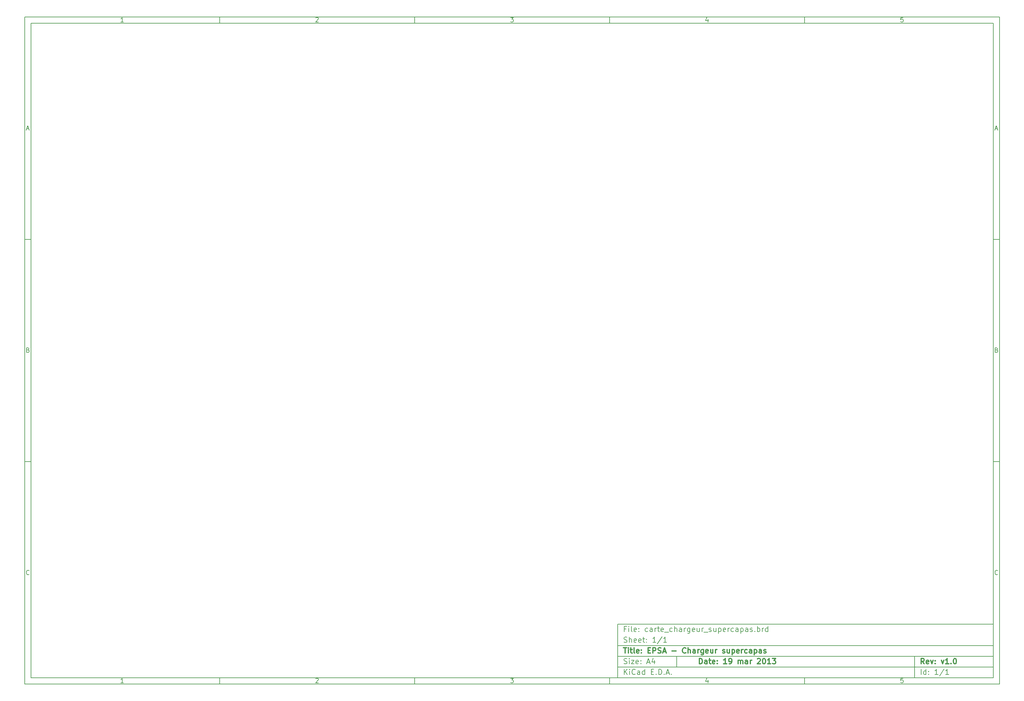
<source format=gbo>
G04 (created by PCBNEW-RS274X (2012-01-19 BZR 3256)-stable) date 19/03/2013 15:46:17*
G01*
G70*
G90*
%MOIN*%
G04 Gerber Fmt 3.4, Leading zero omitted, Abs format*
%FSLAX34Y34*%
G04 APERTURE LIST*
%ADD10C,0.006000*%
%ADD11C,0.012000*%
%ADD12C,0.090000*%
%ADD13R,0.090000X0.090000*%
%ADD14C,0.100000*%
%ADD15R,0.110000X0.110000*%
%ADD16C,0.110000*%
%ADD17C,0.095000*%
%ADD18R,0.095000X0.095000*%
%ADD19R,0.110000X0.082000*%
%ADD20O,0.110000X0.082000*%
%ADD21C,0.085000*%
%ADD22C,0.270000*%
%ADD23R,0.370000X0.370000*%
%ADD24R,0.120000X0.120000*%
%ADD25C,0.120000*%
G04 APERTURE END LIST*
G54D10*
X04000Y-04000D02*
X113000Y-04000D01*
X113000Y-78670D01*
X04000Y-78670D01*
X04000Y-04000D01*
X04700Y-04700D02*
X112300Y-04700D01*
X112300Y-77970D01*
X04700Y-77970D01*
X04700Y-04700D01*
X25800Y-04000D02*
X25800Y-04700D01*
X15043Y-04552D02*
X14757Y-04552D01*
X14900Y-04552D02*
X14900Y-04052D01*
X14852Y-04124D01*
X14805Y-04171D01*
X14757Y-04195D01*
X25800Y-78670D02*
X25800Y-77970D01*
X15043Y-78522D02*
X14757Y-78522D01*
X14900Y-78522D02*
X14900Y-78022D01*
X14852Y-78094D01*
X14805Y-78141D01*
X14757Y-78165D01*
X47600Y-04000D02*
X47600Y-04700D01*
X36557Y-04100D02*
X36581Y-04076D01*
X36629Y-04052D01*
X36748Y-04052D01*
X36795Y-04076D01*
X36819Y-04100D01*
X36843Y-04148D01*
X36843Y-04195D01*
X36819Y-04267D01*
X36533Y-04552D01*
X36843Y-04552D01*
X47600Y-78670D02*
X47600Y-77970D01*
X36557Y-78070D02*
X36581Y-78046D01*
X36629Y-78022D01*
X36748Y-78022D01*
X36795Y-78046D01*
X36819Y-78070D01*
X36843Y-78118D01*
X36843Y-78165D01*
X36819Y-78237D01*
X36533Y-78522D01*
X36843Y-78522D01*
X69400Y-04000D02*
X69400Y-04700D01*
X58333Y-04052D02*
X58643Y-04052D01*
X58476Y-04243D01*
X58548Y-04243D01*
X58595Y-04267D01*
X58619Y-04290D01*
X58643Y-04338D01*
X58643Y-04457D01*
X58619Y-04505D01*
X58595Y-04529D01*
X58548Y-04552D01*
X58405Y-04552D01*
X58357Y-04529D01*
X58333Y-04505D01*
X69400Y-78670D02*
X69400Y-77970D01*
X58333Y-78022D02*
X58643Y-78022D01*
X58476Y-78213D01*
X58548Y-78213D01*
X58595Y-78237D01*
X58619Y-78260D01*
X58643Y-78308D01*
X58643Y-78427D01*
X58619Y-78475D01*
X58595Y-78499D01*
X58548Y-78522D01*
X58405Y-78522D01*
X58357Y-78499D01*
X58333Y-78475D01*
X91200Y-04000D02*
X91200Y-04700D01*
X80395Y-04219D02*
X80395Y-04552D01*
X80276Y-04029D02*
X80157Y-04386D01*
X80467Y-04386D01*
X91200Y-78670D02*
X91200Y-77970D01*
X80395Y-78189D02*
X80395Y-78522D01*
X80276Y-77999D02*
X80157Y-78356D01*
X80467Y-78356D01*
X102219Y-04052D02*
X101981Y-04052D01*
X101957Y-04290D01*
X101981Y-04267D01*
X102029Y-04243D01*
X102148Y-04243D01*
X102195Y-04267D01*
X102219Y-04290D01*
X102243Y-04338D01*
X102243Y-04457D01*
X102219Y-04505D01*
X102195Y-04529D01*
X102148Y-04552D01*
X102029Y-04552D01*
X101981Y-04529D01*
X101957Y-04505D01*
X102219Y-78022D02*
X101981Y-78022D01*
X101957Y-78260D01*
X101981Y-78237D01*
X102029Y-78213D01*
X102148Y-78213D01*
X102195Y-78237D01*
X102219Y-78260D01*
X102243Y-78308D01*
X102243Y-78427D01*
X102219Y-78475D01*
X102195Y-78499D01*
X102148Y-78522D01*
X102029Y-78522D01*
X101981Y-78499D01*
X101957Y-78475D01*
X04000Y-28890D02*
X04700Y-28890D01*
X04231Y-16510D02*
X04469Y-16510D01*
X04184Y-16652D02*
X04350Y-16152D01*
X04517Y-16652D01*
X113000Y-28890D02*
X112300Y-28890D01*
X112531Y-16510D02*
X112769Y-16510D01*
X112484Y-16652D02*
X112650Y-16152D01*
X112817Y-16652D01*
X04000Y-53780D02*
X04700Y-53780D01*
X04386Y-41280D02*
X04457Y-41304D01*
X04481Y-41328D01*
X04505Y-41376D01*
X04505Y-41447D01*
X04481Y-41495D01*
X04457Y-41519D01*
X04410Y-41542D01*
X04219Y-41542D01*
X04219Y-41042D01*
X04386Y-41042D01*
X04433Y-41066D01*
X04457Y-41090D01*
X04481Y-41138D01*
X04481Y-41185D01*
X04457Y-41233D01*
X04433Y-41257D01*
X04386Y-41280D01*
X04219Y-41280D01*
X113000Y-53780D02*
X112300Y-53780D01*
X112686Y-41280D02*
X112757Y-41304D01*
X112781Y-41328D01*
X112805Y-41376D01*
X112805Y-41447D01*
X112781Y-41495D01*
X112757Y-41519D01*
X112710Y-41542D01*
X112519Y-41542D01*
X112519Y-41042D01*
X112686Y-41042D01*
X112733Y-41066D01*
X112757Y-41090D01*
X112781Y-41138D01*
X112781Y-41185D01*
X112757Y-41233D01*
X112733Y-41257D01*
X112686Y-41280D01*
X112519Y-41280D01*
X04505Y-66385D02*
X04481Y-66409D01*
X04410Y-66432D01*
X04362Y-66432D01*
X04290Y-66409D01*
X04243Y-66361D01*
X04219Y-66313D01*
X04195Y-66218D01*
X04195Y-66147D01*
X04219Y-66051D01*
X04243Y-66004D01*
X04290Y-65956D01*
X04362Y-65932D01*
X04410Y-65932D01*
X04481Y-65956D01*
X04505Y-65980D01*
X112805Y-66385D02*
X112781Y-66409D01*
X112710Y-66432D01*
X112662Y-66432D01*
X112590Y-66409D01*
X112543Y-66361D01*
X112519Y-66313D01*
X112495Y-66218D01*
X112495Y-66147D01*
X112519Y-66051D01*
X112543Y-66004D01*
X112590Y-65956D01*
X112662Y-65932D01*
X112710Y-65932D01*
X112781Y-65956D01*
X112805Y-65980D01*
G54D11*
X79443Y-76413D02*
X79443Y-75813D01*
X79586Y-75813D01*
X79671Y-75841D01*
X79729Y-75899D01*
X79757Y-75956D01*
X79786Y-76070D01*
X79786Y-76156D01*
X79757Y-76270D01*
X79729Y-76327D01*
X79671Y-76384D01*
X79586Y-76413D01*
X79443Y-76413D01*
X80300Y-76413D02*
X80300Y-76099D01*
X80271Y-76041D01*
X80214Y-76013D01*
X80100Y-76013D01*
X80043Y-76041D01*
X80300Y-76384D02*
X80243Y-76413D01*
X80100Y-76413D01*
X80043Y-76384D01*
X80014Y-76327D01*
X80014Y-76270D01*
X80043Y-76213D01*
X80100Y-76184D01*
X80243Y-76184D01*
X80300Y-76156D01*
X80500Y-76013D02*
X80729Y-76013D01*
X80586Y-75813D02*
X80586Y-76327D01*
X80614Y-76384D01*
X80672Y-76413D01*
X80729Y-76413D01*
X81157Y-76384D02*
X81100Y-76413D01*
X80986Y-76413D01*
X80929Y-76384D01*
X80900Y-76327D01*
X80900Y-76099D01*
X80929Y-76041D01*
X80986Y-76013D01*
X81100Y-76013D01*
X81157Y-76041D01*
X81186Y-76099D01*
X81186Y-76156D01*
X80900Y-76213D01*
X81443Y-76356D02*
X81471Y-76384D01*
X81443Y-76413D01*
X81414Y-76384D01*
X81443Y-76356D01*
X81443Y-76413D01*
X81443Y-76041D02*
X81471Y-76070D01*
X81443Y-76099D01*
X81414Y-76070D01*
X81443Y-76041D01*
X81443Y-76099D01*
X82500Y-76413D02*
X82157Y-76413D01*
X82329Y-76413D02*
X82329Y-75813D01*
X82272Y-75899D01*
X82214Y-75956D01*
X82157Y-75984D01*
X82785Y-76413D02*
X82900Y-76413D01*
X82957Y-76384D01*
X82985Y-76356D01*
X83043Y-76270D01*
X83071Y-76156D01*
X83071Y-75927D01*
X83043Y-75870D01*
X83014Y-75841D01*
X82957Y-75813D01*
X82843Y-75813D01*
X82785Y-75841D01*
X82757Y-75870D01*
X82728Y-75927D01*
X82728Y-76070D01*
X82757Y-76127D01*
X82785Y-76156D01*
X82843Y-76184D01*
X82957Y-76184D01*
X83014Y-76156D01*
X83043Y-76127D01*
X83071Y-76070D01*
X83785Y-76413D02*
X83785Y-76013D01*
X83785Y-76070D02*
X83813Y-76041D01*
X83871Y-76013D01*
X83956Y-76013D01*
X84013Y-76041D01*
X84042Y-76099D01*
X84042Y-76413D01*
X84042Y-76099D02*
X84071Y-76041D01*
X84128Y-76013D01*
X84213Y-76013D01*
X84271Y-76041D01*
X84299Y-76099D01*
X84299Y-76413D01*
X84842Y-76413D02*
X84842Y-76099D01*
X84813Y-76041D01*
X84756Y-76013D01*
X84642Y-76013D01*
X84585Y-76041D01*
X84842Y-76384D02*
X84785Y-76413D01*
X84642Y-76413D01*
X84585Y-76384D01*
X84556Y-76327D01*
X84556Y-76270D01*
X84585Y-76213D01*
X84642Y-76184D01*
X84785Y-76184D01*
X84842Y-76156D01*
X85128Y-76413D02*
X85128Y-76013D01*
X85128Y-76127D02*
X85156Y-76070D01*
X85185Y-76041D01*
X85242Y-76013D01*
X85299Y-76013D01*
X85927Y-75870D02*
X85956Y-75841D01*
X86013Y-75813D01*
X86156Y-75813D01*
X86213Y-75841D01*
X86242Y-75870D01*
X86270Y-75927D01*
X86270Y-75984D01*
X86242Y-76070D01*
X85899Y-76413D01*
X86270Y-76413D01*
X86641Y-75813D02*
X86698Y-75813D01*
X86755Y-75841D01*
X86784Y-75870D01*
X86813Y-75927D01*
X86841Y-76041D01*
X86841Y-76184D01*
X86813Y-76299D01*
X86784Y-76356D01*
X86755Y-76384D01*
X86698Y-76413D01*
X86641Y-76413D01*
X86584Y-76384D01*
X86555Y-76356D01*
X86527Y-76299D01*
X86498Y-76184D01*
X86498Y-76041D01*
X86527Y-75927D01*
X86555Y-75870D01*
X86584Y-75841D01*
X86641Y-75813D01*
X87412Y-76413D02*
X87069Y-76413D01*
X87241Y-76413D02*
X87241Y-75813D01*
X87184Y-75899D01*
X87126Y-75956D01*
X87069Y-75984D01*
X87612Y-75813D02*
X87983Y-75813D01*
X87783Y-76041D01*
X87869Y-76041D01*
X87926Y-76070D01*
X87955Y-76099D01*
X87983Y-76156D01*
X87983Y-76299D01*
X87955Y-76356D01*
X87926Y-76384D01*
X87869Y-76413D01*
X87697Y-76413D01*
X87640Y-76384D01*
X87612Y-76356D01*
G54D10*
X71043Y-77613D02*
X71043Y-77013D01*
X71386Y-77613D02*
X71129Y-77270D01*
X71386Y-77013D02*
X71043Y-77356D01*
X71643Y-77613D02*
X71643Y-77213D01*
X71643Y-77013D02*
X71614Y-77041D01*
X71643Y-77070D01*
X71671Y-77041D01*
X71643Y-77013D01*
X71643Y-77070D01*
X72272Y-77556D02*
X72243Y-77584D01*
X72157Y-77613D01*
X72100Y-77613D01*
X72015Y-77584D01*
X71957Y-77527D01*
X71929Y-77470D01*
X71900Y-77356D01*
X71900Y-77270D01*
X71929Y-77156D01*
X71957Y-77099D01*
X72015Y-77041D01*
X72100Y-77013D01*
X72157Y-77013D01*
X72243Y-77041D01*
X72272Y-77070D01*
X72786Y-77613D02*
X72786Y-77299D01*
X72757Y-77241D01*
X72700Y-77213D01*
X72586Y-77213D01*
X72529Y-77241D01*
X72786Y-77584D02*
X72729Y-77613D01*
X72586Y-77613D01*
X72529Y-77584D01*
X72500Y-77527D01*
X72500Y-77470D01*
X72529Y-77413D01*
X72586Y-77384D01*
X72729Y-77384D01*
X72786Y-77356D01*
X73329Y-77613D02*
X73329Y-77013D01*
X73329Y-77584D02*
X73272Y-77613D01*
X73158Y-77613D01*
X73100Y-77584D01*
X73072Y-77556D01*
X73043Y-77499D01*
X73043Y-77327D01*
X73072Y-77270D01*
X73100Y-77241D01*
X73158Y-77213D01*
X73272Y-77213D01*
X73329Y-77241D01*
X74072Y-77299D02*
X74272Y-77299D01*
X74358Y-77613D02*
X74072Y-77613D01*
X74072Y-77013D01*
X74358Y-77013D01*
X74615Y-77556D02*
X74643Y-77584D01*
X74615Y-77613D01*
X74586Y-77584D01*
X74615Y-77556D01*
X74615Y-77613D01*
X74901Y-77613D02*
X74901Y-77013D01*
X75044Y-77013D01*
X75129Y-77041D01*
X75187Y-77099D01*
X75215Y-77156D01*
X75244Y-77270D01*
X75244Y-77356D01*
X75215Y-77470D01*
X75187Y-77527D01*
X75129Y-77584D01*
X75044Y-77613D01*
X74901Y-77613D01*
X75501Y-77556D02*
X75529Y-77584D01*
X75501Y-77613D01*
X75472Y-77584D01*
X75501Y-77556D01*
X75501Y-77613D01*
X75758Y-77441D02*
X76044Y-77441D01*
X75701Y-77613D02*
X75901Y-77013D01*
X76101Y-77613D01*
X76301Y-77556D02*
X76329Y-77584D01*
X76301Y-77613D01*
X76272Y-77584D01*
X76301Y-77556D01*
X76301Y-77613D01*
G54D11*
X104586Y-76413D02*
X104386Y-76127D01*
X104243Y-76413D02*
X104243Y-75813D01*
X104471Y-75813D01*
X104529Y-75841D01*
X104557Y-75870D01*
X104586Y-75927D01*
X104586Y-76013D01*
X104557Y-76070D01*
X104529Y-76099D01*
X104471Y-76127D01*
X104243Y-76127D01*
X105071Y-76384D02*
X105014Y-76413D01*
X104900Y-76413D01*
X104843Y-76384D01*
X104814Y-76327D01*
X104814Y-76099D01*
X104843Y-76041D01*
X104900Y-76013D01*
X105014Y-76013D01*
X105071Y-76041D01*
X105100Y-76099D01*
X105100Y-76156D01*
X104814Y-76213D01*
X105300Y-76013D02*
X105443Y-76413D01*
X105585Y-76013D01*
X105814Y-76356D02*
X105842Y-76384D01*
X105814Y-76413D01*
X105785Y-76384D01*
X105814Y-76356D01*
X105814Y-76413D01*
X105814Y-76041D02*
X105842Y-76070D01*
X105814Y-76099D01*
X105785Y-76070D01*
X105814Y-76041D01*
X105814Y-76099D01*
X106500Y-76013D02*
X106643Y-76413D01*
X106785Y-76013D01*
X107328Y-76413D02*
X106985Y-76413D01*
X107157Y-76413D02*
X107157Y-75813D01*
X107100Y-75899D01*
X107042Y-75956D01*
X106985Y-75984D01*
X107585Y-76356D02*
X107613Y-76384D01*
X107585Y-76413D01*
X107556Y-76384D01*
X107585Y-76356D01*
X107585Y-76413D01*
X107985Y-75813D02*
X108042Y-75813D01*
X108099Y-75841D01*
X108128Y-75870D01*
X108157Y-75927D01*
X108185Y-76041D01*
X108185Y-76184D01*
X108157Y-76299D01*
X108128Y-76356D01*
X108099Y-76384D01*
X108042Y-76413D01*
X107985Y-76413D01*
X107928Y-76384D01*
X107899Y-76356D01*
X107871Y-76299D01*
X107842Y-76184D01*
X107842Y-76041D01*
X107871Y-75927D01*
X107899Y-75870D01*
X107928Y-75841D01*
X107985Y-75813D01*
G54D10*
X71014Y-76384D02*
X71100Y-76413D01*
X71243Y-76413D01*
X71300Y-76384D01*
X71329Y-76356D01*
X71357Y-76299D01*
X71357Y-76241D01*
X71329Y-76184D01*
X71300Y-76156D01*
X71243Y-76127D01*
X71129Y-76099D01*
X71071Y-76070D01*
X71043Y-76041D01*
X71014Y-75984D01*
X71014Y-75927D01*
X71043Y-75870D01*
X71071Y-75841D01*
X71129Y-75813D01*
X71271Y-75813D01*
X71357Y-75841D01*
X71614Y-76413D02*
X71614Y-76013D01*
X71614Y-75813D02*
X71585Y-75841D01*
X71614Y-75870D01*
X71642Y-75841D01*
X71614Y-75813D01*
X71614Y-75870D01*
X71843Y-76013D02*
X72157Y-76013D01*
X71843Y-76413D01*
X72157Y-76413D01*
X72614Y-76384D02*
X72557Y-76413D01*
X72443Y-76413D01*
X72386Y-76384D01*
X72357Y-76327D01*
X72357Y-76099D01*
X72386Y-76041D01*
X72443Y-76013D01*
X72557Y-76013D01*
X72614Y-76041D01*
X72643Y-76099D01*
X72643Y-76156D01*
X72357Y-76213D01*
X72900Y-76356D02*
X72928Y-76384D01*
X72900Y-76413D01*
X72871Y-76384D01*
X72900Y-76356D01*
X72900Y-76413D01*
X72900Y-76041D02*
X72928Y-76070D01*
X72900Y-76099D01*
X72871Y-76070D01*
X72900Y-76041D01*
X72900Y-76099D01*
X73614Y-76241D02*
X73900Y-76241D01*
X73557Y-76413D02*
X73757Y-75813D01*
X73957Y-76413D01*
X74414Y-76013D02*
X74414Y-76413D01*
X74271Y-75784D02*
X74128Y-76213D01*
X74500Y-76213D01*
X104243Y-77613D02*
X104243Y-77013D01*
X104786Y-77613D02*
X104786Y-77013D01*
X104786Y-77584D02*
X104729Y-77613D01*
X104615Y-77613D01*
X104557Y-77584D01*
X104529Y-77556D01*
X104500Y-77499D01*
X104500Y-77327D01*
X104529Y-77270D01*
X104557Y-77241D01*
X104615Y-77213D01*
X104729Y-77213D01*
X104786Y-77241D01*
X105072Y-77556D02*
X105100Y-77584D01*
X105072Y-77613D01*
X105043Y-77584D01*
X105072Y-77556D01*
X105072Y-77613D01*
X105072Y-77241D02*
X105100Y-77270D01*
X105072Y-77299D01*
X105043Y-77270D01*
X105072Y-77241D01*
X105072Y-77299D01*
X106129Y-77613D02*
X105786Y-77613D01*
X105958Y-77613D02*
X105958Y-77013D01*
X105901Y-77099D01*
X105843Y-77156D01*
X105786Y-77184D01*
X106814Y-76984D02*
X106300Y-77756D01*
X107329Y-77613D02*
X106986Y-77613D01*
X107158Y-77613D02*
X107158Y-77013D01*
X107101Y-77099D01*
X107043Y-77156D01*
X106986Y-77184D01*
G54D11*
X70957Y-74613D02*
X71300Y-74613D01*
X71129Y-75213D02*
X71129Y-74613D01*
X71500Y-75213D02*
X71500Y-74813D01*
X71500Y-74613D02*
X71471Y-74641D01*
X71500Y-74670D01*
X71528Y-74641D01*
X71500Y-74613D01*
X71500Y-74670D01*
X71700Y-74813D02*
X71929Y-74813D01*
X71786Y-74613D02*
X71786Y-75127D01*
X71814Y-75184D01*
X71872Y-75213D01*
X71929Y-75213D01*
X72215Y-75213D02*
X72157Y-75184D01*
X72129Y-75127D01*
X72129Y-74613D01*
X72671Y-75184D02*
X72614Y-75213D01*
X72500Y-75213D01*
X72443Y-75184D01*
X72414Y-75127D01*
X72414Y-74899D01*
X72443Y-74841D01*
X72500Y-74813D01*
X72614Y-74813D01*
X72671Y-74841D01*
X72700Y-74899D01*
X72700Y-74956D01*
X72414Y-75013D01*
X72957Y-75156D02*
X72985Y-75184D01*
X72957Y-75213D01*
X72928Y-75184D01*
X72957Y-75156D01*
X72957Y-75213D01*
X72957Y-74841D02*
X72985Y-74870D01*
X72957Y-74899D01*
X72928Y-74870D01*
X72957Y-74841D01*
X72957Y-74899D01*
X73700Y-74899D02*
X73900Y-74899D01*
X73986Y-75213D02*
X73700Y-75213D01*
X73700Y-74613D01*
X73986Y-74613D01*
X74243Y-75213D02*
X74243Y-74613D01*
X74471Y-74613D01*
X74529Y-74641D01*
X74557Y-74670D01*
X74586Y-74727D01*
X74586Y-74813D01*
X74557Y-74870D01*
X74529Y-74899D01*
X74471Y-74927D01*
X74243Y-74927D01*
X74814Y-75184D02*
X74900Y-75213D01*
X75043Y-75213D01*
X75100Y-75184D01*
X75129Y-75156D01*
X75157Y-75099D01*
X75157Y-75041D01*
X75129Y-74984D01*
X75100Y-74956D01*
X75043Y-74927D01*
X74929Y-74899D01*
X74871Y-74870D01*
X74843Y-74841D01*
X74814Y-74784D01*
X74814Y-74727D01*
X74843Y-74670D01*
X74871Y-74641D01*
X74929Y-74613D01*
X75071Y-74613D01*
X75157Y-74641D01*
X75385Y-75041D02*
X75671Y-75041D01*
X75328Y-75213D02*
X75528Y-74613D01*
X75728Y-75213D01*
X76385Y-74984D02*
X76842Y-74984D01*
X77928Y-75156D02*
X77899Y-75184D01*
X77813Y-75213D01*
X77756Y-75213D01*
X77671Y-75184D01*
X77613Y-75127D01*
X77585Y-75070D01*
X77556Y-74956D01*
X77556Y-74870D01*
X77585Y-74756D01*
X77613Y-74699D01*
X77671Y-74641D01*
X77756Y-74613D01*
X77813Y-74613D01*
X77899Y-74641D01*
X77928Y-74670D01*
X78185Y-75213D02*
X78185Y-74613D01*
X78442Y-75213D02*
X78442Y-74899D01*
X78413Y-74841D01*
X78356Y-74813D01*
X78271Y-74813D01*
X78213Y-74841D01*
X78185Y-74870D01*
X78985Y-75213D02*
X78985Y-74899D01*
X78956Y-74841D01*
X78899Y-74813D01*
X78785Y-74813D01*
X78728Y-74841D01*
X78985Y-75184D02*
X78928Y-75213D01*
X78785Y-75213D01*
X78728Y-75184D01*
X78699Y-75127D01*
X78699Y-75070D01*
X78728Y-75013D01*
X78785Y-74984D01*
X78928Y-74984D01*
X78985Y-74956D01*
X79271Y-75213D02*
X79271Y-74813D01*
X79271Y-74927D02*
X79299Y-74870D01*
X79328Y-74841D01*
X79385Y-74813D01*
X79442Y-74813D01*
X79899Y-74813D02*
X79899Y-75299D01*
X79870Y-75356D01*
X79842Y-75384D01*
X79785Y-75413D01*
X79699Y-75413D01*
X79642Y-75384D01*
X79899Y-75184D02*
X79842Y-75213D01*
X79728Y-75213D01*
X79670Y-75184D01*
X79642Y-75156D01*
X79613Y-75099D01*
X79613Y-74927D01*
X79642Y-74870D01*
X79670Y-74841D01*
X79728Y-74813D01*
X79842Y-74813D01*
X79899Y-74841D01*
X80413Y-75184D02*
X80356Y-75213D01*
X80242Y-75213D01*
X80185Y-75184D01*
X80156Y-75127D01*
X80156Y-74899D01*
X80185Y-74841D01*
X80242Y-74813D01*
X80356Y-74813D01*
X80413Y-74841D01*
X80442Y-74899D01*
X80442Y-74956D01*
X80156Y-75013D01*
X80956Y-74813D02*
X80956Y-75213D01*
X80699Y-74813D02*
X80699Y-75127D01*
X80727Y-75184D01*
X80785Y-75213D01*
X80870Y-75213D01*
X80927Y-75184D01*
X80956Y-75156D01*
X81242Y-75213D02*
X81242Y-74813D01*
X81242Y-74927D02*
X81270Y-74870D01*
X81299Y-74841D01*
X81356Y-74813D01*
X81413Y-74813D01*
X82041Y-75184D02*
X82098Y-75213D01*
X82213Y-75213D01*
X82270Y-75184D01*
X82298Y-75127D01*
X82298Y-75099D01*
X82270Y-75041D01*
X82213Y-75013D01*
X82127Y-75013D01*
X82070Y-74984D01*
X82041Y-74927D01*
X82041Y-74899D01*
X82070Y-74841D01*
X82127Y-74813D01*
X82213Y-74813D01*
X82270Y-74841D01*
X82813Y-74813D02*
X82813Y-75213D01*
X82556Y-74813D02*
X82556Y-75127D01*
X82584Y-75184D01*
X82642Y-75213D01*
X82727Y-75213D01*
X82784Y-75184D01*
X82813Y-75156D01*
X83099Y-74813D02*
X83099Y-75413D01*
X83099Y-74841D02*
X83156Y-74813D01*
X83270Y-74813D01*
X83327Y-74841D01*
X83356Y-74870D01*
X83385Y-74927D01*
X83385Y-75099D01*
X83356Y-75156D01*
X83327Y-75184D01*
X83270Y-75213D01*
X83156Y-75213D01*
X83099Y-75184D01*
X83870Y-75184D02*
X83813Y-75213D01*
X83699Y-75213D01*
X83642Y-75184D01*
X83613Y-75127D01*
X83613Y-74899D01*
X83642Y-74841D01*
X83699Y-74813D01*
X83813Y-74813D01*
X83870Y-74841D01*
X83899Y-74899D01*
X83899Y-74956D01*
X83613Y-75013D01*
X84156Y-75213D02*
X84156Y-74813D01*
X84156Y-74927D02*
X84184Y-74870D01*
X84213Y-74841D01*
X84270Y-74813D01*
X84327Y-74813D01*
X84784Y-75184D02*
X84727Y-75213D01*
X84613Y-75213D01*
X84555Y-75184D01*
X84527Y-75156D01*
X84498Y-75099D01*
X84498Y-74927D01*
X84527Y-74870D01*
X84555Y-74841D01*
X84613Y-74813D01*
X84727Y-74813D01*
X84784Y-74841D01*
X85298Y-75213D02*
X85298Y-74899D01*
X85269Y-74841D01*
X85212Y-74813D01*
X85098Y-74813D01*
X85041Y-74841D01*
X85298Y-75184D02*
X85241Y-75213D01*
X85098Y-75213D01*
X85041Y-75184D01*
X85012Y-75127D01*
X85012Y-75070D01*
X85041Y-75013D01*
X85098Y-74984D01*
X85241Y-74984D01*
X85298Y-74956D01*
X85584Y-74813D02*
X85584Y-75413D01*
X85584Y-74841D02*
X85641Y-74813D01*
X85755Y-74813D01*
X85812Y-74841D01*
X85841Y-74870D01*
X85870Y-74927D01*
X85870Y-75099D01*
X85841Y-75156D01*
X85812Y-75184D01*
X85755Y-75213D01*
X85641Y-75213D01*
X85584Y-75184D01*
X86384Y-75213D02*
X86384Y-74899D01*
X86355Y-74841D01*
X86298Y-74813D01*
X86184Y-74813D01*
X86127Y-74841D01*
X86384Y-75184D02*
X86327Y-75213D01*
X86184Y-75213D01*
X86127Y-75184D01*
X86098Y-75127D01*
X86098Y-75070D01*
X86127Y-75013D01*
X86184Y-74984D01*
X86327Y-74984D01*
X86384Y-74956D01*
X86641Y-75184D02*
X86698Y-75213D01*
X86813Y-75213D01*
X86870Y-75184D01*
X86898Y-75127D01*
X86898Y-75099D01*
X86870Y-75041D01*
X86813Y-75013D01*
X86727Y-75013D01*
X86670Y-74984D01*
X86641Y-74927D01*
X86641Y-74899D01*
X86670Y-74841D01*
X86727Y-74813D01*
X86813Y-74813D01*
X86870Y-74841D01*
G54D10*
X71243Y-72499D02*
X71043Y-72499D01*
X71043Y-72813D02*
X71043Y-72213D01*
X71329Y-72213D01*
X71557Y-72813D02*
X71557Y-72413D01*
X71557Y-72213D02*
X71528Y-72241D01*
X71557Y-72270D01*
X71585Y-72241D01*
X71557Y-72213D01*
X71557Y-72270D01*
X71929Y-72813D02*
X71871Y-72784D01*
X71843Y-72727D01*
X71843Y-72213D01*
X72385Y-72784D02*
X72328Y-72813D01*
X72214Y-72813D01*
X72157Y-72784D01*
X72128Y-72727D01*
X72128Y-72499D01*
X72157Y-72441D01*
X72214Y-72413D01*
X72328Y-72413D01*
X72385Y-72441D01*
X72414Y-72499D01*
X72414Y-72556D01*
X72128Y-72613D01*
X72671Y-72756D02*
X72699Y-72784D01*
X72671Y-72813D01*
X72642Y-72784D01*
X72671Y-72756D01*
X72671Y-72813D01*
X72671Y-72441D02*
X72699Y-72470D01*
X72671Y-72499D01*
X72642Y-72470D01*
X72671Y-72441D01*
X72671Y-72499D01*
X73671Y-72784D02*
X73614Y-72813D01*
X73500Y-72813D01*
X73442Y-72784D01*
X73414Y-72756D01*
X73385Y-72699D01*
X73385Y-72527D01*
X73414Y-72470D01*
X73442Y-72441D01*
X73500Y-72413D01*
X73614Y-72413D01*
X73671Y-72441D01*
X74185Y-72813D02*
X74185Y-72499D01*
X74156Y-72441D01*
X74099Y-72413D01*
X73985Y-72413D01*
X73928Y-72441D01*
X74185Y-72784D02*
X74128Y-72813D01*
X73985Y-72813D01*
X73928Y-72784D01*
X73899Y-72727D01*
X73899Y-72670D01*
X73928Y-72613D01*
X73985Y-72584D01*
X74128Y-72584D01*
X74185Y-72556D01*
X74471Y-72813D02*
X74471Y-72413D01*
X74471Y-72527D02*
X74499Y-72470D01*
X74528Y-72441D01*
X74585Y-72413D01*
X74642Y-72413D01*
X74756Y-72413D02*
X74985Y-72413D01*
X74842Y-72213D02*
X74842Y-72727D01*
X74870Y-72784D01*
X74928Y-72813D01*
X74985Y-72813D01*
X75413Y-72784D02*
X75356Y-72813D01*
X75242Y-72813D01*
X75185Y-72784D01*
X75156Y-72727D01*
X75156Y-72499D01*
X75185Y-72441D01*
X75242Y-72413D01*
X75356Y-72413D01*
X75413Y-72441D01*
X75442Y-72499D01*
X75442Y-72556D01*
X75156Y-72613D01*
X75556Y-72870D02*
X76013Y-72870D01*
X76413Y-72784D02*
X76356Y-72813D01*
X76242Y-72813D01*
X76184Y-72784D01*
X76156Y-72756D01*
X76127Y-72699D01*
X76127Y-72527D01*
X76156Y-72470D01*
X76184Y-72441D01*
X76242Y-72413D01*
X76356Y-72413D01*
X76413Y-72441D01*
X76670Y-72813D02*
X76670Y-72213D01*
X76927Y-72813D02*
X76927Y-72499D01*
X76898Y-72441D01*
X76841Y-72413D01*
X76756Y-72413D01*
X76698Y-72441D01*
X76670Y-72470D01*
X77470Y-72813D02*
X77470Y-72499D01*
X77441Y-72441D01*
X77384Y-72413D01*
X77270Y-72413D01*
X77213Y-72441D01*
X77470Y-72784D02*
X77413Y-72813D01*
X77270Y-72813D01*
X77213Y-72784D01*
X77184Y-72727D01*
X77184Y-72670D01*
X77213Y-72613D01*
X77270Y-72584D01*
X77413Y-72584D01*
X77470Y-72556D01*
X77756Y-72813D02*
X77756Y-72413D01*
X77756Y-72527D02*
X77784Y-72470D01*
X77813Y-72441D01*
X77870Y-72413D01*
X77927Y-72413D01*
X78384Y-72413D02*
X78384Y-72899D01*
X78355Y-72956D01*
X78327Y-72984D01*
X78270Y-73013D01*
X78184Y-73013D01*
X78127Y-72984D01*
X78384Y-72784D02*
X78327Y-72813D01*
X78213Y-72813D01*
X78155Y-72784D01*
X78127Y-72756D01*
X78098Y-72699D01*
X78098Y-72527D01*
X78127Y-72470D01*
X78155Y-72441D01*
X78213Y-72413D01*
X78327Y-72413D01*
X78384Y-72441D01*
X78898Y-72784D02*
X78841Y-72813D01*
X78727Y-72813D01*
X78670Y-72784D01*
X78641Y-72727D01*
X78641Y-72499D01*
X78670Y-72441D01*
X78727Y-72413D01*
X78841Y-72413D01*
X78898Y-72441D01*
X78927Y-72499D01*
X78927Y-72556D01*
X78641Y-72613D01*
X79441Y-72413D02*
X79441Y-72813D01*
X79184Y-72413D02*
X79184Y-72727D01*
X79212Y-72784D01*
X79270Y-72813D01*
X79355Y-72813D01*
X79412Y-72784D01*
X79441Y-72756D01*
X79727Y-72813D02*
X79727Y-72413D01*
X79727Y-72527D02*
X79755Y-72470D01*
X79784Y-72441D01*
X79841Y-72413D01*
X79898Y-72413D01*
X79955Y-72870D02*
X80412Y-72870D01*
X80526Y-72784D02*
X80583Y-72813D01*
X80698Y-72813D01*
X80755Y-72784D01*
X80783Y-72727D01*
X80783Y-72699D01*
X80755Y-72641D01*
X80698Y-72613D01*
X80612Y-72613D01*
X80555Y-72584D01*
X80526Y-72527D01*
X80526Y-72499D01*
X80555Y-72441D01*
X80612Y-72413D01*
X80698Y-72413D01*
X80755Y-72441D01*
X81298Y-72413D02*
X81298Y-72813D01*
X81041Y-72413D02*
X81041Y-72727D01*
X81069Y-72784D01*
X81127Y-72813D01*
X81212Y-72813D01*
X81269Y-72784D01*
X81298Y-72756D01*
X81584Y-72413D02*
X81584Y-73013D01*
X81584Y-72441D02*
X81641Y-72413D01*
X81755Y-72413D01*
X81812Y-72441D01*
X81841Y-72470D01*
X81870Y-72527D01*
X81870Y-72699D01*
X81841Y-72756D01*
X81812Y-72784D01*
X81755Y-72813D01*
X81641Y-72813D01*
X81584Y-72784D01*
X82355Y-72784D02*
X82298Y-72813D01*
X82184Y-72813D01*
X82127Y-72784D01*
X82098Y-72727D01*
X82098Y-72499D01*
X82127Y-72441D01*
X82184Y-72413D01*
X82298Y-72413D01*
X82355Y-72441D01*
X82384Y-72499D01*
X82384Y-72556D01*
X82098Y-72613D01*
X82641Y-72813D02*
X82641Y-72413D01*
X82641Y-72527D02*
X82669Y-72470D01*
X82698Y-72441D01*
X82755Y-72413D01*
X82812Y-72413D01*
X83269Y-72784D02*
X83212Y-72813D01*
X83098Y-72813D01*
X83040Y-72784D01*
X83012Y-72756D01*
X82983Y-72699D01*
X82983Y-72527D01*
X83012Y-72470D01*
X83040Y-72441D01*
X83098Y-72413D01*
X83212Y-72413D01*
X83269Y-72441D01*
X83783Y-72813D02*
X83783Y-72499D01*
X83754Y-72441D01*
X83697Y-72413D01*
X83583Y-72413D01*
X83526Y-72441D01*
X83783Y-72784D02*
X83726Y-72813D01*
X83583Y-72813D01*
X83526Y-72784D01*
X83497Y-72727D01*
X83497Y-72670D01*
X83526Y-72613D01*
X83583Y-72584D01*
X83726Y-72584D01*
X83783Y-72556D01*
X84069Y-72413D02*
X84069Y-73013D01*
X84069Y-72441D02*
X84126Y-72413D01*
X84240Y-72413D01*
X84297Y-72441D01*
X84326Y-72470D01*
X84355Y-72527D01*
X84355Y-72699D01*
X84326Y-72756D01*
X84297Y-72784D01*
X84240Y-72813D01*
X84126Y-72813D01*
X84069Y-72784D01*
X84869Y-72813D02*
X84869Y-72499D01*
X84840Y-72441D01*
X84783Y-72413D01*
X84669Y-72413D01*
X84612Y-72441D01*
X84869Y-72784D02*
X84812Y-72813D01*
X84669Y-72813D01*
X84612Y-72784D01*
X84583Y-72727D01*
X84583Y-72670D01*
X84612Y-72613D01*
X84669Y-72584D01*
X84812Y-72584D01*
X84869Y-72556D01*
X85126Y-72784D02*
X85183Y-72813D01*
X85298Y-72813D01*
X85355Y-72784D01*
X85383Y-72727D01*
X85383Y-72699D01*
X85355Y-72641D01*
X85298Y-72613D01*
X85212Y-72613D01*
X85155Y-72584D01*
X85126Y-72527D01*
X85126Y-72499D01*
X85155Y-72441D01*
X85212Y-72413D01*
X85298Y-72413D01*
X85355Y-72441D01*
X85641Y-72756D02*
X85669Y-72784D01*
X85641Y-72813D01*
X85612Y-72784D01*
X85641Y-72756D01*
X85641Y-72813D01*
X85927Y-72813D02*
X85927Y-72213D01*
X85927Y-72441D02*
X85984Y-72413D01*
X86098Y-72413D01*
X86155Y-72441D01*
X86184Y-72470D01*
X86213Y-72527D01*
X86213Y-72699D01*
X86184Y-72756D01*
X86155Y-72784D01*
X86098Y-72813D01*
X85984Y-72813D01*
X85927Y-72784D01*
X86470Y-72813D02*
X86470Y-72413D01*
X86470Y-72527D02*
X86498Y-72470D01*
X86527Y-72441D01*
X86584Y-72413D01*
X86641Y-72413D01*
X87098Y-72813D02*
X87098Y-72213D01*
X87098Y-72784D02*
X87041Y-72813D01*
X86927Y-72813D01*
X86869Y-72784D01*
X86841Y-72756D01*
X86812Y-72699D01*
X86812Y-72527D01*
X86841Y-72470D01*
X86869Y-72441D01*
X86927Y-72413D01*
X87041Y-72413D01*
X87098Y-72441D01*
X71014Y-73984D02*
X71100Y-74013D01*
X71243Y-74013D01*
X71300Y-73984D01*
X71329Y-73956D01*
X71357Y-73899D01*
X71357Y-73841D01*
X71329Y-73784D01*
X71300Y-73756D01*
X71243Y-73727D01*
X71129Y-73699D01*
X71071Y-73670D01*
X71043Y-73641D01*
X71014Y-73584D01*
X71014Y-73527D01*
X71043Y-73470D01*
X71071Y-73441D01*
X71129Y-73413D01*
X71271Y-73413D01*
X71357Y-73441D01*
X71614Y-74013D02*
X71614Y-73413D01*
X71871Y-74013D02*
X71871Y-73699D01*
X71842Y-73641D01*
X71785Y-73613D01*
X71700Y-73613D01*
X71642Y-73641D01*
X71614Y-73670D01*
X72385Y-73984D02*
X72328Y-74013D01*
X72214Y-74013D01*
X72157Y-73984D01*
X72128Y-73927D01*
X72128Y-73699D01*
X72157Y-73641D01*
X72214Y-73613D01*
X72328Y-73613D01*
X72385Y-73641D01*
X72414Y-73699D01*
X72414Y-73756D01*
X72128Y-73813D01*
X72899Y-73984D02*
X72842Y-74013D01*
X72728Y-74013D01*
X72671Y-73984D01*
X72642Y-73927D01*
X72642Y-73699D01*
X72671Y-73641D01*
X72728Y-73613D01*
X72842Y-73613D01*
X72899Y-73641D01*
X72928Y-73699D01*
X72928Y-73756D01*
X72642Y-73813D01*
X73099Y-73613D02*
X73328Y-73613D01*
X73185Y-73413D02*
X73185Y-73927D01*
X73213Y-73984D01*
X73271Y-74013D01*
X73328Y-74013D01*
X73528Y-73956D02*
X73556Y-73984D01*
X73528Y-74013D01*
X73499Y-73984D01*
X73528Y-73956D01*
X73528Y-74013D01*
X73528Y-73641D02*
X73556Y-73670D01*
X73528Y-73699D01*
X73499Y-73670D01*
X73528Y-73641D01*
X73528Y-73699D01*
X74585Y-74013D02*
X74242Y-74013D01*
X74414Y-74013D02*
X74414Y-73413D01*
X74357Y-73499D01*
X74299Y-73556D01*
X74242Y-73584D01*
X75270Y-73384D02*
X74756Y-74156D01*
X75785Y-74013D02*
X75442Y-74013D01*
X75614Y-74013D02*
X75614Y-73413D01*
X75557Y-73499D01*
X75499Y-73556D01*
X75442Y-73584D01*
X70300Y-71970D02*
X70300Y-77970D01*
X70300Y-71970D02*
X112300Y-71970D01*
X70300Y-71970D02*
X112300Y-71970D01*
X70300Y-74370D02*
X112300Y-74370D01*
X103500Y-75570D02*
X103500Y-77970D01*
X70300Y-76770D02*
X112300Y-76770D01*
X70300Y-75570D02*
X112300Y-75570D01*
X76900Y-75570D02*
X76900Y-76770D01*
%LPC*%
G54D12*
X60750Y-52250D03*
X60750Y-51250D03*
X60750Y-50250D03*
X60750Y-44250D03*
X60750Y-42250D03*
X54750Y-42250D03*
X54750Y-44250D03*
X54750Y-50250D03*
X54750Y-51250D03*
G54D13*
X83250Y-26750D03*
G54D12*
X83250Y-27750D03*
X84250Y-27750D03*
G54D13*
X83250Y-20750D03*
G54D12*
X83250Y-21750D03*
X84250Y-21750D03*
G54D13*
X83250Y-38750D03*
G54D12*
X83250Y-39750D03*
X84250Y-39750D03*
G54D14*
X66000Y-19750D03*
X65000Y-23750D03*
X64000Y-19750D03*
X57500Y-26500D03*
X53500Y-25500D03*
X57500Y-24500D03*
X57500Y-23250D03*
X53500Y-22250D03*
X57500Y-21250D03*
X57500Y-33000D03*
X53500Y-32000D03*
X57500Y-31000D03*
X57500Y-29750D03*
X53500Y-28750D03*
X57500Y-27750D03*
X57500Y-36250D03*
X53500Y-35250D03*
X57500Y-34250D03*
X69250Y-19750D03*
X68250Y-23750D03*
X67250Y-19750D03*
X57500Y-39500D03*
X53500Y-38500D03*
X57500Y-37500D03*
G54D15*
X87500Y-51250D03*
G54D16*
X87500Y-54250D03*
X93996Y-54250D03*
X96752Y-54250D03*
X95374Y-51250D03*
G54D15*
X87500Y-33250D03*
G54D16*
X87500Y-36250D03*
X93996Y-36250D03*
X96752Y-36250D03*
X95374Y-33250D03*
G54D15*
X87500Y-39250D03*
G54D16*
X87500Y-42250D03*
X93996Y-42250D03*
X96752Y-42250D03*
X95374Y-39250D03*
G54D15*
X87500Y-21250D03*
G54D16*
X87500Y-24250D03*
X93996Y-24250D03*
X96752Y-24250D03*
X95374Y-21250D03*
G54D15*
X87500Y-27250D03*
G54D16*
X87500Y-30250D03*
X93996Y-30250D03*
X96752Y-30250D03*
X95374Y-27250D03*
G54D12*
X62750Y-54750D03*
X69750Y-54750D03*
X67500Y-40500D03*
X70500Y-40500D03*
G54D17*
X64500Y-51500D03*
X70500Y-51500D03*
X64500Y-43500D03*
X67500Y-43500D03*
G54D18*
X70500Y-43500D03*
G54D17*
X51500Y-32750D03*
X51500Y-31750D03*
X51500Y-33750D03*
X51500Y-34750D03*
X51500Y-30750D03*
X51500Y-29750D03*
G54D18*
X51500Y-27750D03*
G54D17*
X51500Y-28750D03*
G54D19*
X66250Y-36000D03*
G54D20*
X66250Y-35000D03*
X66250Y-34000D03*
X66250Y-33000D03*
X66250Y-32000D03*
X66250Y-31000D03*
X66250Y-30000D03*
X63250Y-30000D03*
X63250Y-31000D03*
X63250Y-32000D03*
X63250Y-33000D03*
X63250Y-34000D03*
X63250Y-35000D03*
X63250Y-36000D03*
G54D17*
X80000Y-28750D03*
G54D18*
X80000Y-24750D03*
G54D17*
X85750Y-26750D03*
G54D18*
X85750Y-30750D03*
G54D17*
X85750Y-20750D03*
G54D18*
X85750Y-24750D03*
G54D17*
X85750Y-50750D03*
G54D18*
X85750Y-54750D03*
G54D17*
X85750Y-38750D03*
G54D18*
X85750Y-42750D03*
G54D13*
X60500Y-54750D03*
G54D21*
X60500Y-55750D03*
G54D13*
X70000Y-33000D03*
G54D12*
X70000Y-34000D03*
G54D21*
X57500Y-54750D03*
X57500Y-55750D03*
G54D12*
X68250Y-33000D03*
X68250Y-34000D03*
G54D17*
X85750Y-44750D03*
G54D18*
X85750Y-48750D03*
G54D13*
X74000Y-23500D03*
G54D12*
X73000Y-23500D03*
X73000Y-24500D03*
G54D14*
X62750Y-19750D03*
X61750Y-23750D03*
X60750Y-19750D03*
G54D12*
X84500Y-24750D03*
X81500Y-24750D03*
X78500Y-24250D03*
X75500Y-24250D03*
X84500Y-36750D03*
X81500Y-36750D03*
G54D17*
X93750Y-57000D03*
G54D18*
X89750Y-57000D03*
G54D17*
X93750Y-60250D03*
G54D18*
X89750Y-60250D03*
G54D15*
X87500Y-45250D03*
G54D16*
X87500Y-48250D03*
X93500Y-45250D03*
X93500Y-48250D03*
X95500Y-45250D03*
X95500Y-48250D03*
X97500Y-45250D03*
X97500Y-48250D03*
G54D13*
X83250Y-32750D03*
G54D12*
X83250Y-33750D03*
X84250Y-33750D03*
G54D13*
X80000Y-20750D03*
G54D12*
X80000Y-21750D03*
X81000Y-21750D03*
X75500Y-23250D03*
X78500Y-23250D03*
X84500Y-42750D03*
X81500Y-42750D03*
X71250Y-23500D03*
X71250Y-26500D03*
X84500Y-30750D03*
X81500Y-30750D03*
G54D19*
X74000Y-30000D03*
G54D20*
X74000Y-31000D03*
X74000Y-32000D03*
X74000Y-33000D03*
X74000Y-34000D03*
X74000Y-35000D03*
X74000Y-36000D03*
X77000Y-36000D03*
X77000Y-35000D03*
X77000Y-34000D03*
X77000Y-33000D03*
X77000Y-32000D03*
X77000Y-31000D03*
X77000Y-30000D03*
G54D19*
X74000Y-38500D03*
G54D20*
X74000Y-39500D03*
X74000Y-40500D03*
X74000Y-41500D03*
X74000Y-42500D03*
X74000Y-43500D03*
X74000Y-44500D03*
X77000Y-44500D03*
X77000Y-43500D03*
X77000Y-42500D03*
X77000Y-41500D03*
X77000Y-40500D03*
X77000Y-39500D03*
X77000Y-38500D03*
G54D17*
X85750Y-32750D03*
G54D18*
X85750Y-36750D03*
G54D13*
X82500Y-47000D03*
G54D12*
X82500Y-45000D03*
G54D13*
X79500Y-49250D03*
G54D12*
X79500Y-48250D03*
X76000Y-48250D03*
X75000Y-48250D03*
G54D13*
X76000Y-26250D03*
G54D12*
X75000Y-26250D03*
X76000Y-46500D03*
X75000Y-46500D03*
X76000Y-28000D03*
X75000Y-28000D03*
X77500Y-49250D03*
X77500Y-48250D03*
X79500Y-46250D03*
X79500Y-45250D03*
G54D22*
X96500Y-60000D03*
X96500Y-18750D03*
X52000Y-18750D03*
X52000Y-60000D03*
G54D23*
X82500Y-55750D03*
G54D12*
X83500Y-49250D03*
G54D18*
X82500Y-49250D03*
G54D12*
X81500Y-49250D03*
G54D24*
X101000Y-54250D03*
G54D25*
X101000Y-56250D03*
G54D24*
X101000Y-26250D03*
G54D25*
X101000Y-28250D03*
G54D24*
X101000Y-50250D03*
G54D25*
X101000Y-52250D03*
G54D24*
X101000Y-18250D03*
G54D25*
X101000Y-20250D03*
G54D24*
X67500Y-58500D03*
G54D25*
X65500Y-58500D03*
G54D24*
X101000Y-58250D03*
G54D25*
X101000Y-60250D03*
G54D24*
X72500Y-18500D03*
G54D25*
X74500Y-18500D03*
G54D24*
X91750Y-18500D03*
G54D25*
X93750Y-18500D03*
G54D24*
X101000Y-46250D03*
G54D25*
X101000Y-48250D03*
G54D24*
X101000Y-22250D03*
G54D25*
X101000Y-24250D03*
G54D24*
X101000Y-30250D03*
G54D25*
X101000Y-32250D03*
G54D24*
X76500Y-18500D03*
G54D25*
X78500Y-18500D03*
G54D24*
X101000Y-42250D03*
G54D25*
X101000Y-44250D03*
G54D24*
X101000Y-38250D03*
G54D25*
X101000Y-40250D03*
G54D24*
X101000Y-34250D03*
G54D25*
X101000Y-36250D03*
G54D24*
X77500Y-58500D03*
G54D25*
X75500Y-58500D03*
G54D24*
X73500Y-58500D03*
G54D25*
X71500Y-58500D03*
G54D17*
X81000Y-19750D03*
X70500Y-19750D03*
X78000Y-43250D03*
X79750Y-34250D03*
X72750Y-32000D03*
X80500Y-42750D03*
X78250Y-36000D03*
X67500Y-27750D03*
X78250Y-40500D03*
X64000Y-28000D03*
X78750Y-30000D03*
X67250Y-37000D03*
X78500Y-22250D03*
X62000Y-32250D03*
X74000Y-27000D03*
X70000Y-35250D03*
X79250Y-51500D03*
X72000Y-36500D03*
X80500Y-43750D03*
M02*

</source>
